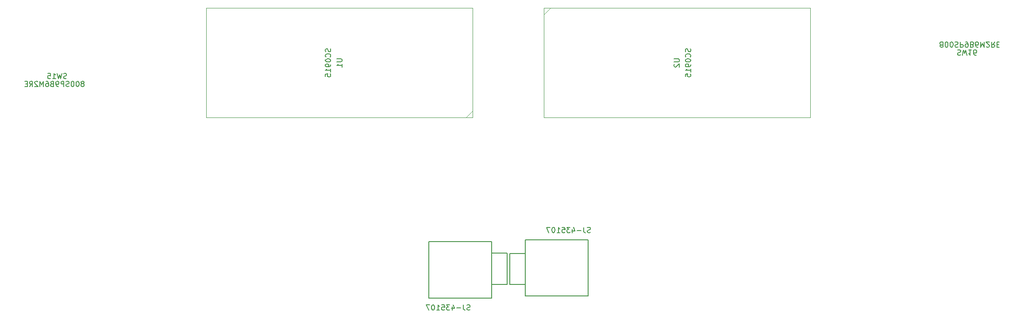
<source format=gbr>
%TF.GenerationSoftware,KiCad,Pcbnew,7.0.1-3b83917a11~172~ubuntu22.04.1*%
%TF.CreationDate,2023-03-31T12:58:08+02:00*%
%TF.ProjectId,Europe-ergo,4575726f-7065-42d6-9572-676f2e6b6963,rev?*%
%TF.SameCoordinates,Original*%
%TF.FileFunction,AssemblyDrawing,Bot*%
%FSLAX46Y46*%
G04 Gerber Fmt 4.6, Leading zero omitted, Abs format (unit mm)*
G04 Created by KiCad (PCBNEW 7.0.1-3b83917a11~172~ubuntu22.04.1) date 2023-03-31 12:58:08*
%MOMM*%
%LPD*%
G01*
G04 APERTURE LIST*
%ADD10C,0.150000*%
%ADD11C,0.127000*%
%ADD12C,0.120000*%
G04 APERTURE END LIST*
D10*
%TO.C,J2*%
X327988615Y-85232870D02*
X327845407Y-85280606D01*
X327845407Y-85280606D02*
X327606727Y-85280606D01*
X327606727Y-85280606D02*
X327511255Y-85232870D01*
X327511255Y-85232870D02*
X327463519Y-85185133D01*
X327463519Y-85185133D02*
X327415783Y-85089661D01*
X327415783Y-85089661D02*
X327415783Y-84994189D01*
X327415783Y-84994189D02*
X327463519Y-84898717D01*
X327463519Y-84898717D02*
X327511255Y-84850981D01*
X327511255Y-84850981D02*
X327606727Y-84803245D01*
X327606727Y-84803245D02*
X327797671Y-84755509D01*
X327797671Y-84755509D02*
X327893143Y-84707773D01*
X327893143Y-84707773D02*
X327940879Y-84660037D01*
X327940879Y-84660037D02*
X327988615Y-84564565D01*
X327988615Y-84564565D02*
X327988615Y-84469093D01*
X327988615Y-84469093D02*
X327940879Y-84373621D01*
X327940879Y-84373621D02*
X327893143Y-84325885D01*
X327893143Y-84325885D02*
X327797671Y-84278149D01*
X327797671Y-84278149D02*
X327558991Y-84278149D01*
X327558991Y-84278149D02*
X327415783Y-84325885D01*
X326699742Y-84278149D02*
X326699742Y-84994189D01*
X326699742Y-84994189D02*
X326747478Y-85137397D01*
X326747478Y-85137397D02*
X326842950Y-85232870D01*
X326842950Y-85232870D02*
X326986158Y-85280606D01*
X326986158Y-85280606D02*
X327081630Y-85280606D01*
X326222381Y-84898717D02*
X325458605Y-84898717D01*
X324551620Y-84612301D02*
X324551620Y-85280606D01*
X324790300Y-84230413D02*
X325028980Y-84946453D01*
X325028980Y-84946453D02*
X324408412Y-84946453D01*
X324121995Y-84278149D02*
X323501427Y-84278149D01*
X323501427Y-84278149D02*
X323835579Y-84660037D01*
X323835579Y-84660037D02*
X323692371Y-84660037D01*
X323692371Y-84660037D02*
X323596899Y-84707773D01*
X323596899Y-84707773D02*
X323549163Y-84755509D01*
X323549163Y-84755509D02*
X323501427Y-84850981D01*
X323501427Y-84850981D02*
X323501427Y-85089661D01*
X323501427Y-85089661D02*
X323549163Y-85185133D01*
X323549163Y-85185133D02*
X323596899Y-85232870D01*
X323596899Y-85232870D02*
X323692371Y-85280606D01*
X323692371Y-85280606D02*
X323978787Y-85280606D01*
X323978787Y-85280606D02*
X324074259Y-85232870D01*
X324074259Y-85232870D02*
X324121995Y-85185133D01*
X322594442Y-84278149D02*
X323071802Y-84278149D01*
X323071802Y-84278149D02*
X323119538Y-84755509D01*
X323119538Y-84755509D02*
X323071802Y-84707773D01*
X323071802Y-84707773D02*
X322976330Y-84660037D01*
X322976330Y-84660037D02*
X322737650Y-84660037D01*
X322737650Y-84660037D02*
X322642178Y-84707773D01*
X322642178Y-84707773D02*
X322594442Y-84755509D01*
X322594442Y-84755509D02*
X322546706Y-84850981D01*
X322546706Y-84850981D02*
X322546706Y-85089661D01*
X322546706Y-85089661D02*
X322594442Y-85185133D01*
X322594442Y-85185133D02*
X322642178Y-85232870D01*
X322642178Y-85232870D02*
X322737650Y-85280606D01*
X322737650Y-85280606D02*
X322976330Y-85280606D01*
X322976330Y-85280606D02*
X323071802Y-85232870D01*
X323071802Y-85232870D02*
X323119538Y-85185133D01*
X321591985Y-85280606D02*
X322164817Y-85280606D01*
X321878401Y-85280606D02*
X321878401Y-84278149D01*
X321878401Y-84278149D02*
X321973873Y-84421357D01*
X321973873Y-84421357D02*
X322069345Y-84516829D01*
X322069345Y-84516829D02*
X322164817Y-84564565D01*
X320971416Y-84278149D02*
X320875944Y-84278149D01*
X320875944Y-84278149D02*
X320780472Y-84325885D01*
X320780472Y-84325885D02*
X320732736Y-84373621D01*
X320732736Y-84373621D02*
X320685000Y-84469093D01*
X320685000Y-84469093D02*
X320637264Y-84660037D01*
X320637264Y-84660037D02*
X320637264Y-84898717D01*
X320637264Y-84898717D02*
X320685000Y-85089661D01*
X320685000Y-85089661D02*
X320732736Y-85185133D01*
X320732736Y-85185133D02*
X320780472Y-85232870D01*
X320780472Y-85232870D02*
X320875944Y-85280606D01*
X320875944Y-85280606D02*
X320971416Y-85280606D01*
X320971416Y-85280606D02*
X321066888Y-85232870D01*
X321066888Y-85232870D02*
X321114624Y-85185133D01*
X321114624Y-85185133D02*
X321162360Y-85089661D01*
X321162360Y-85089661D02*
X321210096Y-84898717D01*
X321210096Y-84898717D02*
X321210096Y-84660037D01*
X321210096Y-84660037D02*
X321162360Y-84469093D01*
X321162360Y-84469093D02*
X321114624Y-84373621D01*
X321114624Y-84373621D02*
X321066888Y-84325885D01*
X321066888Y-84325885D02*
X320971416Y-84278149D01*
X320303111Y-84278149D02*
X319634807Y-84278149D01*
X319634807Y-84278149D02*
X320064431Y-85280606D01*
%TO.C,J1*%
X304962455Y-100079170D02*
X304819247Y-100126906D01*
X304819247Y-100126906D02*
X304580567Y-100126906D01*
X304580567Y-100126906D02*
X304485095Y-100079170D01*
X304485095Y-100079170D02*
X304437359Y-100031433D01*
X304437359Y-100031433D02*
X304389623Y-99935961D01*
X304389623Y-99935961D02*
X304389623Y-99840489D01*
X304389623Y-99840489D02*
X304437359Y-99745017D01*
X304437359Y-99745017D02*
X304485095Y-99697281D01*
X304485095Y-99697281D02*
X304580567Y-99649545D01*
X304580567Y-99649545D02*
X304771511Y-99601809D01*
X304771511Y-99601809D02*
X304866983Y-99554073D01*
X304866983Y-99554073D02*
X304914719Y-99506337D01*
X304914719Y-99506337D02*
X304962455Y-99410865D01*
X304962455Y-99410865D02*
X304962455Y-99315393D01*
X304962455Y-99315393D02*
X304914719Y-99219921D01*
X304914719Y-99219921D02*
X304866983Y-99172185D01*
X304866983Y-99172185D02*
X304771511Y-99124449D01*
X304771511Y-99124449D02*
X304532831Y-99124449D01*
X304532831Y-99124449D02*
X304389623Y-99172185D01*
X303673582Y-99124449D02*
X303673582Y-99840489D01*
X303673582Y-99840489D02*
X303721318Y-99983697D01*
X303721318Y-99983697D02*
X303816790Y-100079170D01*
X303816790Y-100079170D02*
X303959998Y-100126906D01*
X303959998Y-100126906D02*
X304055470Y-100126906D01*
X303196221Y-99745017D02*
X302432445Y-99745017D01*
X301525460Y-99458601D02*
X301525460Y-100126906D01*
X301764140Y-99076713D02*
X302002820Y-99792753D01*
X302002820Y-99792753D02*
X301382252Y-99792753D01*
X301095835Y-99124449D02*
X300475267Y-99124449D01*
X300475267Y-99124449D02*
X300809419Y-99506337D01*
X300809419Y-99506337D02*
X300666211Y-99506337D01*
X300666211Y-99506337D02*
X300570739Y-99554073D01*
X300570739Y-99554073D02*
X300523003Y-99601809D01*
X300523003Y-99601809D02*
X300475267Y-99697281D01*
X300475267Y-99697281D02*
X300475267Y-99935961D01*
X300475267Y-99935961D02*
X300523003Y-100031433D01*
X300523003Y-100031433D02*
X300570739Y-100079170D01*
X300570739Y-100079170D02*
X300666211Y-100126906D01*
X300666211Y-100126906D02*
X300952627Y-100126906D01*
X300952627Y-100126906D02*
X301048099Y-100079170D01*
X301048099Y-100079170D02*
X301095835Y-100031433D01*
X299568282Y-99124449D02*
X300045642Y-99124449D01*
X300045642Y-99124449D02*
X300093378Y-99601809D01*
X300093378Y-99601809D02*
X300045642Y-99554073D01*
X300045642Y-99554073D02*
X299950170Y-99506337D01*
X299950170Y-99506337D02*
X299711490Y-99506337D01*
X299711490Y-99506337D02*
X299616018Y-99554073D01*
X299616018Y-99554073D02*
X299568282Y-99601809D01*
X299568282Y-99601809D02*
X299520546Y-99697281D01*
X299520546Y-99697281D02*
X299520546Y-99935961D01*
X299520546Y-99935961D02*
X299568282Y-100031433D01*
X299568282Y-100031433D02*
X299616018Y-100079170D01*
X299616018Y-100079170D02*
X299711490Y-100126906D01*
X299711490Y-100126906D02*
X299950170Y-100126906D01*
X299950170Y-100126906D02*
X300045642Y-100079170D01*
X300045642Y-100079170D02*
X300093378Y-100031433D01*
X298565825Y-100126906D02*
X299138657Y-100126906D01*
X298852241Y-100126906D02*
X298852241Y-99124449D01*
X298852241Y-99124449D02*
X298947713Y-99267657D01*
X298947713Y-99267657D02*
X299043185Y-99363129D01*
X299043185Y-99363129D02*
X299138657Y-99410865D01*
X297945256Y-99124449D02*
X297849784Y-99124449D01*
X297849784Y-99124449D02*
X297754312Y-99172185D01*
X297754312Y-99172185D02*
X297706576Y-99219921D01*
X297706576Y-99219921D02*
X297658840Y-99315393D01*
X297658840Y-99315393D02*
X297611104Y-99506337D01*
X297611104Y-99506337D02*
X297611104Y-99745017D01*
X297611104Y-99745017D02*
X297658840Y-99935961D01*
X297658840Y-99935961D02*
X297706576Y-100031433D01*
X297706576Y-100031433D02*
X297754312Y-100079170D01*
X297754312Y-100079170D02*
X297849784Y-100126906D01*
X297849784Y-100126906D02*
X297945256Y-100126906D01*
X297945256Y-100126906D02*
X298040728Y-100079170D01*
X298040728Y-100079170D02*
X298088464Y-100031433D01*
X298088464Y-100031433D02*
X298136200Y-99935961D01*
X298136200Y-99935961D02*
X298183936Y-99745017D01*
X298183936Y-99745017D02*
X298183936Y-99506337D01*
X298183936Y-99506337D02*
X298136200Y-99315393D01*
X298136200Y-99315393D02*
X298088464Y-99219921D01*
X298088464Y-99219921D02*
X298040728Y-99172185D01*
X298040728Y-99172185D02*
X297945256Y-99124449D01*
X297276951Y-99124449D02*
X296608647Y-99124449D01*
X296608647Y-99124449D02*
X297038271Y-100126906D01*
%TO.C,SW16*%
X395089809Y-49298809D02*
X394994571Y-49346428D01*
X394994571Y-49346428D02*
X394946952Y-49394047D01*
X394946952Y-49394047D02*
X394899333Y-49489285D01*
X394899333Y-49489285D02*
X394899333Y-49536904D01*
X394899333Y-49536904D02*
X394946952Y-49632142D01*
X394946952Y-49632142D02*
X394994571Y-49679761D01*
X394994571Y-49679761D02*
X395089809Y-49727380D01*
X395089809Y-49727380D02*
X395280285Y-49727380D01*
X395280285Y-49727380D02*
X395375523Y-49679761D01*
X395375523Y-49679761D02*
X395423142Y-49632142D01*
X395423142Y-49632142D02*
X395470761Y-49536904D01*
X395470761Y-49536904D02*
X395470761Y-49489285D01*
X395470761Y-49489285D02*
X395423142Y-49394047D01*
X395423142Y-49394047D02*
X395375523Y-49346428D01*
X395375523Y-49346428D02*
X395280285Y-49298809D01*
X395280285Y-49298809D02*
X395089809Y-49298809D01*
X395089809Y-49298809D02*
X394994571Y-49251190D01*
X394994571Y-49251190D02*
X394946952Y-49203571D01*
X394946952Y-49203571D02*
X394899333Y-49108333D01*
X394899333Y-49108333D02*
X394899333Y-48917857D01*
X394899333Y-48917857D02*
X394946952Y-48822619D01*
X394946952Y-48822619D02*
X394994571Y-48775000D01*
X394994571Y-48775000D02*
X395089809Y-48727380D01*
X395089809Y-48727380D02*
X395280285Y-48727380D01*
X395280285Y-48727380D02*
X395375523Y-48775000D01*
X395375523Y-48775000D02*
X395423142Y-48822619D01*
X395423142Y-48822619D02*
X395470761Y-48917857D01*
X395470761Y-48917857D02*
X395470761Y-49108333D01*
X395470761Y-49108333D02*
X395423142Y-49203571D01*
X395423142Y-49203571D02*
X395375523Y-49251190D01*
X395375523Y-49251190D02*
X395280285Y-49298809D01*
X396089809Y-49727380D02*
X396185047Y-49727380D01*
X396185047Y-49727380D02*
X396280285Y-49679761D01*
X396280285Y-49679761D02*
X396327904Y-49632142D01*
X396327904Y-49632142D02*
X396375523Y-49536904D01*
X396375523Y-49536904D02*
X396423142Y-49346428D01*
X396423142Y-49346428D02*
X396423142Y-49108333D01*
X396423142Y-49108333D02*
X396375523Y-48917857D01*
X396375523Y-48917857D02*
X396327904Y-48822619D01*
X396327904Y-48822619D02*
X396280285Y-48775000D01*
X396280285Y-48775000D02*
X396185047Y-48727380D01*
X396185047Y-48727380D02*
X396089809Y-48727380D01*
X396089809Y-48727380D02*
X395994571Y-48775000D01*
X395994571Y-48775000D02*
X395946952Y-48822619D01*
X395946952Y-48822619D02*
X395899333Y-48917857D01*
X395899333Y-48917857D02*
X395851714Y-49108333D01*
X395851714Y-49108333D02*
X395851714Y-49346428D01*
X395851714Y-49346428D02*
X395899333Y-49536904D01*
X395899333Y-49536904D02*
X395946952Y-49632142D01*
X395946952Y-49632142D02*
X395994571Y-49679761D01*
X395994571Y-49679761D02*
X396089809Y-49727380D01*
X397042190Y-49727380D02*
X397137428Y-49727380D01*
X397137428Y-49727380D02*
X397232666Y-49679761D01*
X397232666Y-49679761D02*
X397280285Y-49632142D01*
X397280285Y-49632142D02*
X397327904Y-49536904D01*
X397327904Y-49536904D02*
X397375523Y-49346428D01*
X397375523Y-49346428D02*
X397375523Y-49108333D01*
X397375523Y-49108333D02*
X397327904Y-48917857D01*
X397327904Y-48917857D02*
X397280285Y-48822619D01*
X397280285Y-48822619D02*
X397232666Y-48775000D01*
X397232666Y-48775000D02*
X397137428Y-48727380D01*
X397137428Y-48727380D02*
X397042190Y-48727380D01*
X397042190Y-48727380D02*
X396946952Y-48775000D01*
X396946952Y-48775000D02*
X396899333Y-48822619D01*
X396899333Y-48822619D02*
X396851714Y-48917857D01*
X396851714Y-48917857D02*
X396804095Y-49108333D01*
X396804095Y-49108333D02*
X396804095Y-49346428D01*
X396804095Y-49346428D02*
X396851714Y-49536904D01*
X396851714Y-49536904D02*
X396899333Y-49632142D01*
X396899333Y-49632142D02*
X396946952Y-49679761D01*
X396946952Y-49679761D02*
X397042190Y-49727380D01*
X397756476Y-48775000D02*
X397899333Y-48727380D01*
X397899333Y-48727380D02*
X398137428Y-48727380D01*
X398137428Y-48727380D02*
X398232666Y-48775000D01*
X398232666Y-48775000D02*
X398280285Y-48822619D01*
X398280285Y-48822619D02*
X398327904Y-48917857D01*
X398327904Y-48917857D02*
X398327904Y-49013095D01*
X398327904Y-49013095D02*
X398280285Y-49108333D01*
X398280285Y-49108333D02*
X398232666Y-49155952D01*
X398232666Y-49155952D02*
X398137428Y-49203571D01*
X398137428Y-49203571D02*
X397946952Y-49251190D01*
X397946952Y-49251190D02*
X397851714Y-49298809D01*
X397851714Y-49298809D02*
X397804095Y-49346428D01*
X397804095Y-49346428D02*
X397756476Y-49441666D01*
X397756476Y-49441666D02*
X397756476Y-49536904D01*
X397756476Y-49536904D02*
X397804095Y-49632142D01*
X397804095Y-49632142D02*
X397851714Y-49679761D01*
X397851714Y-49679761D02*
X397946952Y-49727380D01*
X397946952Y-49727380D02*
X398185047Y-49727380D01*
X398185047Y-49727380D02*
X398327904Y-49679761D01*
X398756476Y-48727380D02*
X398756476Y-49727380D01*
X398756476Y-49727380D02*
X399137428Y-49727380D01*
X399137428Y-49727380D02*
X399232666Y-49679761D01*
X399232666Y-49679761D02*
X399280285Y-49632142D01*
X399280285Y-49632142D02*
X399327904Y-49536904D01*
X399327904Y-49536904D02*
X399327904Y-49394047D01*
X399327904Y-49394047D02*
X399280285Y-49298809D01*
X399280285Y-49298809D02*
X399232666Y-49251190D01*
X399232666Y-49251190D02*
X399137428Y-49203571D01*
X399137428Y-49203571D02*
X398756476Y-49203571D01*
X399804095Y-48727380D02*
X399994571Y-48727380D01*
X399994571Y-48727380D02*
X400089809Y-48775000D01*
X400089809Y-48775000D02*
X400137428Y-48822619D01*
X400137428Y-48822619D02*
X400232666Y-48965476D01*
X400232666Y-48965476D02*
X400280285Y-49155952D01*
X400280285Y-49155952D02*
X400280285Y-49536904D01*
X400280285Y-49536904D02*
X400232666Y-49632142D01*
X400232666Y-49632142D02*
X400185047Y-49679761D01*
X400185047Y-49679761D02*
X400089809Y-49727380D01*
X400089809Y-49727380D02*
X399899333Y-49727380D01*
X399899333Y-49727380D02*
X399804095Y-49679761D01*
X399804095Y-49679761D02*
X399756476Y-49632142D01*
X399756476Y-49632142D02*
X399708857Y-49536904D01*
X399708857Y-49536904D02*
X399708857Y-49298809D01*
X399708857Y-49298809D02*
X399756476Y-49203571D01*
X399756476Y-49203571D02*
X399804095Y-49155952D01*
X399804095Y-49155952D02*
X399899333Y-49108333D01*
X399899333Y-49108333D02*
X400089809Y-49108333D01*
X400089809Y-49108333D02*
X400185047Y-49155952D01*
X400185047Y-49155952D02*
X400232666Y-49203571D01*
X400232666Y-49203571D02*
X400280285Y-49298809D01*
X401042190Y-49251190D02*
X401185047Y-49203571D01*
X401185047Y-49203571D02*
X401232666Y-49155952D01*
X401232666Y-49155952D02*
X401280285Y-49060714D01*
X401280285Y-49060714D02*
X401280285Y-48917857D01*
X401280285Y-48917857D02*
X401232666Y-48822619D01*
X401232666Y-48822619D02*
X401185047Y-48775000D01*
X401185047Y-48775000D02*
X401089809Y-48727380D01*
X401089809Y-48727380D02*
X400708857Y-48727380D01*
X400708857Y-48727380D02*
X400708857Y-49727380D01*
X400708857Y-49727380D02*
X401042190Y-49727380D01*
X401042190Y-49727380D02*
X401137428Y-49679761D01*
X401137428Y-49679761D02*
X401185047Y-49632142D01*
X401185047Y-49632142D02*
X401232666Y-49536904D01*
X401232666Y-49536904D02*
X401232666Y-49441666D01*
X401232666Y-49441666D02*
X401185047Y-49346428D01*
X401185047Y-49346428D02*
X401137428Y-49298809D01*
X401137428Y-49298809D02*
X401042190Y-49251190D01*
X401042190Y-49251190D02*
X400708857Y-49251190D01*
X402137428Y-49727380D02*
X401946952Y-49727380D01*
X401946952Y-49727380D02*
X401851714Y-49679761D01*
X401851714Y-49679761D02*
X401804095Y-49632142D01*
X401804095Y-49632142D02*
X401708857Y-49489285D01*
X401708857Y-49489285D02*
X401661238Y-49298809D01*
X401661238Y-49298809D02*
X401661238Y-48917857D01*
X401661238Y-48917857D02*
X401708857Y-48822619D01*
X401708857Y-48822619D02*
X401756476Y-48775000D01*
X401756476Y-48775000D02*
X401851714Y-48727380D01*
X401851714Y-48727380D02*
X402042190Y-48727380D01*
X402042190Y-48727380D02*
X402137428Y-48775000D01*
X402137428Y-48775000D02*
X402185047Y-48822619D01*
X402185047Y-48822619D02*
X402232666Y-48917857D01*
X402232666Y-48917857D02*
X402232666Y-49155952D01*
X402232666Y-49155952D02*
X402185047Y-49251190D01*
X402185047Y-49251190D02*
X402137428Y-49298809D01*
X402137428Y-49298809D02*
X402042190Y-49346428D01*
X402042190Y-49346428D02*
X401851714Y-49346428D01*
X401851714Y-49346428D02*
X401756476Y-49298809D01*
X401756476Y-49298809D02*
X401708857Y-49251190D01*
X401708857Y-49251190D02*
X401661238Y-49155952D01*
X402661238Y-48727380D02*
X402661238Y-49727380D01*
X402661238Y-49727380D02*
X402994571Y-49013095D01*
X402994571Y-49013095D02*
X403327904Y-49727380D01*
X403327904Y-49727380D02*
X403327904Y-48727380D01*
X403756476Y-49632142D02*
X403804095Y-49679761D01*
X403804095Y-49679761D02*
X403899333Y-49727380D01*
X403899333Y-49727380D02*
X404137428Y-49727380D01*
X404137428Y-49727380D02*
X404232666Y-49679761D01*
X404232666Y-49679761D02*
X404280285Y-49632142D01*
X404280285Y-49632142D02*
X404327904Y-49536904D01*
X404327904Y-49536904D02*
X404327904Y-49441666D01*
X404327904Y-49441666D02*
X404280285Y-49298809D01*
X404280285Y-49298809D02*
X403708857Y-48727380D01*
X403708857Y-48727380D02*
X404327904Y-48727380D01*
X405327904Y-48727380D02*
X404994571Y-49203571D01*
X404756476Y-48727380D02*
X404756476Y-49727380D01*
X404756476Y-49727380D02*
X405137428Y-49727380D01*
X405137428Y-49727380D02*
X405232666Y-49679761D01*
X405232666Y-49679761D02*
X405280285Y-49632142D01*
X405280285Y-49632142D02*
X405327904Y-49536904D01*
X405327904Y-49536904D02*
X405327904Y-49394047D01*
X405327904Y-49394047D02*
X405280285Y-49298809D01*
X405280285Y-49298809D02*
X405232666Y-49251190D01*
X405232666Y-49251190D02*
X405137428Y-49203571D01*
X405137428Y-49203571D02*
X404756476Y-49203571D01*
X405756476Y-49251190D02*
X406089809Y-49251190D01*
X406232666Y-48727380D02*
X405756476Y-48727380D01*
X405756476Y-48727380D02*
X405756476Y-49727380D01*
X405756476Y-49727380D02*
X406232666Y-49727380D01*
X398248476Y-50299000D02*
X398391333Y-50251380D01*
X398391333Y-50251380D02*
X398629428Y-50251380D01*
X398629428Y-50251380D02*
X398724666Y-50299000D01*
X398724666Y-50299000D02*
X398772285Y-50346619D01*
X398772285Y-50346619D02*
X398819904Y-50441857D01*
X398819904Y-50441857D02*
X398819904Y-50537095D01*
X398819904Y-50537095D02*
X398772285Y-50632333D01*
X398772285Y-50632333D02*
X398724666Y-50679952D01*
X398724666Y-50679952D02*
X398629428Y-50727571D01*
X398629428Y-50727571D02*
X398438952Y-50775190D01*
X398438952Y-50775190D02*
X398343714Y-50822809D01*
X398343714Y-50822809D02*
X398296095Y-50870428D01*
X398296095Y-50870428D02*
X398248476Y-50965666D01*
X398248476Y-50965666D02*
X398248476Y-51060904D01*
X398248476Y-51060904D02*
X398296095Y-51156142D01*
X398296095Y-51156142D02*
X398343714Y-51203761D01*
X398343714Y-51203761D02*
X398438952Y-51251380D01*
X398438952Y-51251380D02*
X398677047Y-51251380D01*
X398677047Y-51251380D02*
X398819904Y-51203761D01*
X399153238Y-51251380D02*
X399391333Y-50251380D01*
X399391333Y-50251380D02*
X399581809Y-50965666D01*
X399581809Y-50965666D02*
X399772285Y-50251380D01*
X399772285Y-50251380D02*
X400010381Y-51251380D01*
X400915142Y-50251380D02*
X400343714Y-50251380D01*
X400629428Y-50251380D02*
X400629428Y-51251380D01*
X400629428Y-51251380D02*
X400534190Y-51108523D01*
X400534190Y-51108523D02*
X400438952Y-51013285D01*
X400438952Y-51013285D02*
X400343714Y-50965666D01*
X401772285Y-51251380D02*
X401581809Y-51251380D01*
X401581809Y-51251380D02*
X401486571Y-51203761D01*
X401486571Y-51203761D02*
X401438952Y-51156142D01*
X401438952Y-51156142D02*
X401343714Y-51013285D01*
X401343714Y-51013285D02*
X401296095Y-50822809D01*
X401296095Y-50822809D02*
X401296095Y-50441857D01*
X401296095Y-50441857D02*
X401343714Y-50346619D01*
X401343714Y-50346619D02*
X401391333Y-50299000D01*
X401391333Y-50299000D02*
X401486571Y-50251380D01*
X401486571Y-50251380D02*
X401677047Y-50251380D01*
X401677047Y-50251380D02*
X401772285Y-50299000D01*
X401772285Y-50299000D02*
X401819904Y-50346619D01*
X401819904Y-50346619D02*
X401867523Y-50441857D01*
X401867523Y-50441857D02*
X401867523Y-50679952D01*
X401867523Y-50679952D02*
X401819904Y-50775190D01*
X401819904Y-50775190D02*
X401772285Y-50822809D01*
X401772285Y-50822809D02*
X401677047Y-50870428D01*
X401677047Y-50870428D02*
X401486571Y-50870428D01*
X401486571Y-50870428D02*
X401391333Y-50822809D01*
X401391333Y-50822809D02*
X401343714Y-50775190D01*
X401343714Y-50775190D02*
X401296095Y-50679952D01*
%TO.C,U1*%
X278256000Y-50034524D02*
X278303619Y-50177381D01*
X278303619Y-50177381D02*
X278303619Y-50415476D01*
X278303619Y-50415476D02*
X278256000Y-50510714D01*
X278256000Y-50510714D02*
X278208380Y-50558333D01*
X278208380Y-50558333D02*
X278113142Y-50605952D01*
X278113142Y-50605952D02*
X278017904Y-50605952D01*
X278017904Y-50605952D02*
X277922666Y-50558333D01*
X277922666Y-50558333D02*
X277875047Y-50510714D01*
X277875047Y-50510714D02*
X277827428Y-50415476D01*
X277827428Y-50415476D02*
X277779809Y-50225000D01*
X277779809Y-50225000D02*
X277732190Y-50129762D01*
X277732190Y-50129762D02*
X277684571Y-50082143D01*
X277684571Y-50082143D02*
X277589333Y-50034524D01*
X277589333Y-50034524D02*
X277494095Y-50034524D01*
X277494095Y-50034524D02*
X277398857Y-50082143D01*
X277398857Y-50082143D02*
X277351238Y-50129762D01*
X277351238Y-50129762D02*
X277303619Y-50225000D01*
X277303619Y-50225000D02*
X277303619Y-50463095D01*
X277303619Y-50463095D02*
X277351238Y-50605952D01*
X278208380Y-51605952D02*
X278256000Y-51558333D01*
X278256000Y-51558333D02*
X278303619Y-51415476D01*
X278303619Y-51415476D02*
X278303619Y-51320238D01*
X278303619Y-51320238D02*
X278256000Y-51177381D01*
X278256000Y-51177381D02*
X278160761Y-51082143D01*
X278160761Y-51082143D02*
X278065523Y-51034524D01*
X278065523Y-51034524D02*
X277875047Y-50986905D01*
X277875047Y-50986905D02*
X277732190Y-50986905D01*
X277732190Y-50986905D02*
X277541714Y-51034524D01*
X277541714Y-51034524D02*
X277446476Y-51082143D01*
X277446476Y-51082143D02*
X277351238Y-51177381D01*
X277351238Y-51177381D02*
X277303619Y-51320238D01*
X277303619Y-51320238D02*
X277303619Y-51415476D01*
X277303619Y-51415476D02*
X277351238Y-51558333D01*
X277351238Y-51558333D02*
X277398857Y-51605952D01*
X277303619Y-52225000D02*
X277303619Y-52320238D01*
X277303619Y-52320238D02*
X277351238Y-52415476D01*
X277351238Y-52415476D02*
X277398857Y-52463095D01*
X277398857Y-52463095D02*
X277494095Y-52510714D01*
X277494095Y-52510714D02*
X277684571Y-52558333D01*
X277684571Y-52558333D02*
X277922666Y-52558333D01*
X277922666Y-52558333D02*
X278113142Y-52510714D01*
X278113142Y-52510714D02*
X278208380Y-52463095D01*
X278208380Y-52463095D02*
X278256000Y-52415476D01*
X278256000Y-52415476D02*
X278303619Y-52320238D01*
X278303619Y-52320238D02*
X278303619Y-52225000D01*
X278303619Y-52225000D02*
X278256000Y-52129762D01*
X278256000Y-52129762D02*
X278208380Y-52082143D01*
X278208380Y-52082143D02*
X278113142Y-52034524D01*
X278113142Y-52034524D02*
X277922666Y-51986905D01*
X277922666Y-51986905D02*
X277684571Y-51986905D01*
X277684571Y-51986905D02*
X277494095Y-52034524D01*
X277494095Y-52034524D02*
X277398857Y-52082143D01*
X277398857Y-52082143D02*
X277351238Y-52129762D01*
X277351238Y-52129762D02*
X277303619Y-52225000D01*
X278303619Y-53034524D02*
X278303619Y-53225000D01*
X278303619Y-53225000D02*
X278256000Y-53320238D01*
X278256000Y-53320238D02*
X278208380Y-53367857D01*
X278208380Y-53367857D02*
X278065523Y-53463095D01*
X278065523Y-53463095D02*
X277875047Y-53510714D01*
X277875047Y-53510714D02*
X277494095Y-53510714D01*
X277494095Y-53510714D02*
X277398857Y-53463095D01*
X277398857Y-53463095D02*
X277351238Y-53415476D01*
X277351238Y-53415476D02*
X277303619Y-53320238D01*
X277303619Y-53320238D02*
X277303619Y-53129762D01*
X277303619Y-53129762D02*
X277351238Y-53034524D01*
X277351238Y-53034524D02*
X277398857Y-52986905D01*
X277398857Y-52986905D02*
X277494095Y-52939286D01*
X277494095Y-52939286D02*
X277732190Y-52939286D01*
X277732190Y-52939286D02*
X277827428Y-52986905D01*
X277827428Y-52986905D02*
X277875047Y-53034524D01*
X277875047Y-53034524D02*
X277922666Y-53129762D01*
X277922666Y-53129762D02*
X277922666Y-53320238D01*
X277922666Y-53320238D02*
X277875047Y-53415476D01*
X277875047Y-53415476D02*
X277827428Y-53463095D01*
X277827428Y-53463095D02*
X277732190Y-53510714D01*
X278303619Y-54463095D02*
X278303619Y-53891667D01*
X278303619Y-54177381D02*
X277303619Y-54177381D01*
X277303619Y-54177381D02*
X277446476Y-54082143D01*
X277446476Y-54082143D02*
X277541714Y-53986905D01*
X277541714Y-53986905D02*
X277589333Y-53891667D01*
X277303619Y-55367857D02*
X277303619Y-54891667D01*
X277303619Y-54891667D02*
X277779809Y-54844048D01*
X277779809Y-54844048D02*
X277732190Y-54891667D01*
X277732190Y-54891667D02*
X277684571Y-54986905D01*
X277684571Y-54986905D02*
X277684571Y-55225000D01*
X277684571Y-55225000D02*
X277732190Y-55320238D01*
X277732190Y-55320238D02*
X277779809Y-55367857D01*
X277779809Y-55367857D02*
X277875047Y-55415476D01*
X277875047Y-55415476D02*
X278113142Y-55415476D01*
X278113142Y-55415476D02*
X278208380Y-55367857D01*
X278208380Y-55367857D02*
X278256000Y-55320238D01*
X278256000Y-55320238D02*
X278303619Y-55225000D01*
X278303619Y-55225000D02*
X278303619Y-54986905D01*
X278303619Y-54986905D02*
X278256000Y-54891667D01*
X278256000Y-54891667D02*
X278208380Y-54844048D01*
X279462619Y-51963095D02*
X280272142Y-51963095D01*
X280272142Y-51963095D02*
X280367380Y-52010714D01*
X280367380Y-52010714D02*
X280415000Y-52058333D01*
X280415000Y-52058333D02*
X280462619Y-52153571D01*
X280462619Y-52153571D02*
X280462619Y-52344047D01*
X280462619Y-52344047D02*
X280415000Y-52439285D01*
X280415000Y-52439285D02*
X280367380Y-52486904D01*
X280367380Y-52486904D02*
X280272142Y-52534523D01*
X280272142Y-52534523D02*
X279462619Y-52534523D01*
X280462619Y-53534523D02*
X280462619Y-52963095D01*
X280462619Y-53248809D02*
X279462619Y-53248809D01*
X279462619Y-53248809D02*
X279605476Y-53153571D01*
X279605476Y-53153571D02*
X279700714Y-53058333D01*
X279700714Y-53058333D02*
X279748333Y-52963095D01*
%TO.C,U2*%
X347124000Y-50034524D02*
X347171619Y-50177381D01*
X347171619Y-50177381D02*
X347171619Y-50415476D01*
X347171619Y-50415476D02*
X347124000Y-50510714D01*
X347124000Y-50510714D02*
X347076380Y-50558333D01*
X347076380Y-50558333D02*
X346981142Y-50605952D01*
X346981142Y-50605952D02*
X346885904Y-50605952D01*
X346885904Y-50605952D02*
X346790666Y-50558333D01*
X346790666Y-50558333D02*
X346743047Y-50510714D01*
X346743047Y-50510714D02*
X346695428Y-50415476D01*
X346695428Y-50415476D02*
X346647809Y-50225000D01*
X346647809Y-50225000D02*
X346600190Y-50129762D01*
X346600190Y-50129762D02*
X346552571Y-50082143D01*
X346552571Y-50082143D02*
X346457333Y-50034524D01*
X346457333Y-50034524D02*
X346362095Y-50034524D01*
X346362095Y-50034524D02*
X346266857Y-50082143D01*
X346266857Y-50082143D02*
X346219238Y-50129762D01*
X346219238Y-50129762D02*
X346171619Y-50225000D01*
X346171619Y-50225000D02*
X346171619Y-50463095D01*
X346171619Y-50463095D02*
X346219238Y-50605952D01*
X347076380Y-51605952D02*
X347124000Y-51558333D01*
X347124000Y-51558333D02*
X347171619Y-51415476D01*
X347171619Y-51415476D02*
X347171619Y-51320238D01*
X347171619Y-51320238D02*
X347124000Y-51177381D01*
X347124000Y-51177381D02*
X347028761Y-51082143D01*
X347028761Y-51082143D02*
X346933523Y-51034524D01*
X346933523Y-51034524D02*
X346743047Y-50986905D01*
X346743047Y-50986905D02*
X346600190Y-50986905D01*
X346600190Y-50986905D02*
X346409714Y-51034524D01*
X346409714Y-51034524D02*
X346314476Y-51082143D01*
X346314476Y-51082143D02*
X346219238Y-51177381D01*
X346219238Y-51177381D02*
X346171619Y-51320238D01*
X346171619Y-51320238D02*
X346171619Y-51415476D01*
X346171619Y-51415476D02*
X346219238Y-51558333D01*
X346219238Y-51558333D02*
X346266857Y-51605952D01*
X346171619Y-52225000D02*
X346171619Y-52320238D01*
X346171619Y-52320238D02*
X346219238Y-52415476D01*
X346219238Y-52415476D02*
X346266857Y-52463095D01*
X346266857Y-52463095D02*
X346362095Y-52510714D01*
X346362095Y-52510714D02*
X346552571Y-52558333D01*
X346552571Y-52558333D02*
X346790666Y-52558333D01*
X346790666Y-52558333D02*
X346981142Y-52510714D01*
X346981142Y-52510714D02*
X347076380Y-52463095D01*
X347076380Y-52463095D02*
X347124000Y-52415476D01*
X347124000Y-52415476D02*
X347171619Y-52320238D01*
X347171619Y-52320238D02*
X347171619Y-52225000D01*
X347171619Y-52225000D02*
X347124000Y-52129762D01*
X347124000Y-52129762D02*
X347076380Y-52082143D01*
X347076380Y-52082143D02*
X346981142Y-52034524D01*
X346981142Y-52034524D02*
X346790666Y-51986905D01*
X346790666Y-51986905D02*
X346552571Y-51986905D01*
X346552571Y-51986905D02*
X346362095Y-52034524D01*
X346362095Y-52034524D02*
X346266857Y-52082143D01*
X346266857Y-52082143D02*
X346219238Y-52129762D01*
X346219238Y-52129762D02*
X346171619Y-52225000D01*
X347171619Y-53034524D02*
X347171619Y-53225000D01*
X347171619Y-53225000D02*
X347124000Y-53320238D01*
X347124000Y-53320238D02*
X347076380Y-53367857D01*
X347076380Y-53367857D02*
X346933523Y-53463095D01*
X346933523Y-53463095D02*
X346743047Y-53510714D01*
X346743047Y-53510714D02*
X346362095Y-53510714D01*
X346362095Y-53510714D02*
X346266857Y-53463095D01*
X346266857Y-53463095D02*
X346219238Y-53415476D01*
X346219238Y-53415476D02*
X346171619Y-53320238D01*
X346171619Y-53320238D02*
X346171619Y-53129762D01*
X346171619Y-53129762D02*
X346219238Y-53034524D01*
X346219238Y-53034524D02*
X346266857Y-52986905D01*
X346266857Y-52986905D02*
X346362095Y-52939286D01*
X346362095Y-52939286D02*
X346600190Y-52939286D01*
X346600190Y-52939286D02*
X346695428Y-52986905D01*
X346695428Y-52986905D02*
X346743047Y-53034524D01*
X346743047Y-53034524D02*
X346790666Y-53129762D01*
X346790666Y-53129762D02*
X346790666Y-53320238D01*
X346790666Y-53320238D02*
X346743047Y-53415476D01*
X346743047Y-53415476D02*
X346695428Y-53463095D01*
X346695428Y-53463095D02*
X346600190Y-53510714D01*
X347171619Y-54463095D02*
X347171619Y-53891667D01*
X347171619Y-54177381D02*
X346171619Y-54177381D01*
X346171619Y-54177381D02*
X346314476Y-54082143D01*
X346314476Y-54082143D02*
X346409714Y-53986905D01*
X346409714Y-53986905D02*
X346457333Y-53891667D01*
X346171619Y-55367857D02*
X346171619Y-54891667D01*
X346171619Y-54891667D02*
X346647809Y-54844048D01*
X346647809Y-54844048D02*
X346600190Y-54891667D01*
X346600190Y-54891667D02*
X346552571Y-54986905D01*
X346552571Y-54986905D02*
X346552571Y-55225000D01*
X346552571Y-55225000D02*
X346600190Y-55320238D01*
X346600190Y-55320238D02*
X346647809Y-55367857D01*
X346647809Y-55367857D02*
X346743047Y-55415476D01*
X346743047Y-55415476D02*
X346981142Y-55415476D01*
X346981142Y-55415476D02*
X347076380Y-55367857D01*
X347076380Y-55367857D02*
X347124000Y-55320238D01*
X347124000Y-55320238D02*
X347171619Y-55225000D01*
X347171619Y-55225000D02*
X347171619Y-54986905D01*
X347171619Y-54986905D02*
X347124000Y-54891667D01*
X347124000Y-54891667D02*
X347076380Y-54844048D01*
X344012619Y-51963095D02*
X344822142Y-51963095D01*
X344822142Y-51963095D02*
X344917380Y-52010714D01*
X344917380Y-52010714D02*
X344965000Y-52058333D01*
X344965000Y-52058333D02*
X345012619Y-52153571D01*
X345012619Y-52153571D02*
X345012619Y-52344047D01*
X345012619Y-52344047D02*
X344965000Y-52439285D01*
X344965000Y-52439285D02*
X344917380Y-52486904D01*
X344917380Y-52486904D02*
X344822142Y-52534523D01*
X344822142Y-52534523D02*
X344012619Y-52534523D01*
X344107857Y-52963095D02*
X344060238Y-53010714D01*
X344060238Y-53010714D02*
X344012619Y-53105952D01*
X344012619Y-53105952D02*
X344012619Y-53344047D01*
X344012619Y-53344047D02*
X344060238Y-53439285D01*
X344060238Y-53439285D02*
X344107857Y-53486904D01*
X344107857Y-53486904D02*
X344203095Y-53534523D01*
X344203095Y-53534523D02*
X344298333Y-53534523D01*
X344298333Y-53534523D02*
X344441190Y-53486904D01*
X344441190Y-53486904D02*
X345012619Y-52915476D01*
X345012619Y-52915476D02*
X345012619Y-53534523D01*
%TO.C,SW15*%
X230920190Y-56701190D02*
X231015428Y-56653571D01*
X231015428Y-56653571D02*
X231063047Y-56605952D01*
X231063047Y-56605952D02*
X231110666Y-56510714D01*
X231110666Y-56510714D02*
X231110666Y-56463095D01*
X231110666Y-56463095D02*
X231063047Y-56367857D01*
X231063047Y-56367857D02*
X231015428Y-56320238D01*
X231015428Y-56320238D02*
X230920190Y-56272619D01*
X230920190Y-56272619D02*
X230729714Y-56272619D01*
X230729714Y-56272619D02*
X230634476Y-56320238D01*
X230634476Y-56320238D02*
X230586857Y-56367857D01*
X230586857Y-56367857D02*
X230539238Y-56463095D01*
X230539238Y-56463095D02*
X230539238Y-56510714D01*
X230539238Y-56510714D02*
X230586857Y-56605952D01*
X230586857Y-56605952D02*
X230634476Y-56653571D01*
X230634476Y-56653571D02*
X230729714Y-56701190D01*
X230729714Y-56701190D02*
X230920190Y-56701190D01*
X230920190Y-56701190D02*
X231015428Y-56748809D01*
X231015428Y-56748809D02*
X231063047Y-56796428D01*
X231063047Y-56796428D02*
X231110666Y-56891666D01*
X231110666Y-56891666D02*
X231110666Y-57082142D01*
X231110666Y-57082142D02*
X231063047Y-57177380D01*
X231063047Y-57177380D02*
X231015428Y-57225000D01*
X231015428Y-57225000D02*
X230920190Y-57272619D01*
X230920190Y-57272619D02*
X230729714Y-57272619D01*
X230729714Y-57272619D02*
X230634476Y-57225000D01*
X230634476Y-57225000D02*
X230586857Y-57177380D01*
X230586857Y-57177380D02*
X230539238Y-57082142D01*
X230539238Y-57082142D02*
X230539238Y-56891666D01*
X230539238Y-56891666D02*
X230586857Y-56796428D01*
X230586857Y-56796428D02*
X230634476Y-56748809D01*
X230634476Y-56748809D02*
X230729714Y-56701190D01*
X229920190Y-56272619D02*
X229824952Y-56272619D01*
X229824952Y-56272619D02*
X229729714Y-56320238D01*
X229729714Y-56320238D02*
X229682095Y-56367857D01*
X229682095Y-56367857D02*
X229634476Y-56463095D01*
X229634476Y-56463095D02*
X229586857Y-56653571D01*
X229586857Y-56653571D02*
X229586857Y-56891666D01*
X229586857Y-56891666D02*
X229634476Y-57082142D01*
X229634476Y-57082142D02*
X229682095Y-57177380D01*
X229682095Y-57177380D02*
X229729714Y-57225000D01*
X229729714Y-57225000D02*
X229824952Y-57272619D01*
X229824952Y-57272619D02*
X229920190Y-57272619D01*
X229920190Y-57272619D02*
X230015428Y-57225000D01*
X230015428Y-57225000D02*
X230063047Y-57177380D01*
X230063047Y-57177380D02*
X230110666Y-57082142D01*
X230110666Y-57082142D02*
X230158285Y-56891666D01*
X230158285Y-56891666D02*
X230158285Y-56653571D01*
X230158285Y-56653571D02*
X230110666Y-56463095D01*
X230110666Y-56463095D02*
X230063047Y-56367857D01*
X230063047Y-56367857D02*
X230015428Y-56320238D01*
X230015428Y-56320238D02*
X229920190Y-56272619D01*
X228967809Y-56272619D02*
X228872571Y-56272619D01*
X228872571Y-56272619D02*
X228777333Y-56320238D01*
X228777333Y-56320238D02*
X228729714Y-56367857D01*
X228729714Y-56367857D02*
X228682095Y-56463095D01*
X228682095Y-56463095D02*
X228634476Y-56653571D01*
X228634476Y-56653571D02*
X228634476Y-56891666D01*
X228634476Y-56891666D02*
X228682095Y-57082142D01*
X228682095Y-57082142D02*
X228729714Y-57177380D01*
X228729714Y-57177380D02*
X228777333Y-57225000D01*
X228777333Y-57225000D02*
X228872571Y-57272619D01*
X228872571Y-57272619D02*
X228967809Y-57272619D01*
X228967809Y-57272619D02*
X229063047Y-57225000D01*
X229063047Y-57225000D02*
X229110666Y-57177380D01*
X229110666Y-57177380D02*
X229158285Y-57082142D01*
X229158285Y-57082142D02*
X229205904Y-56891666D01*
X229205904Y-56891666D02*
X229205904Y-56653571D01*
X229205904Y-56653571D02*
X229158285Y-56463095D01*
X229158285Y-56463095D02*
X229110666Y-56367857D01*
X229110666Y-56367857D02*
X229063047Y-56320238D01*
X229063047Y-56320238D02*
X228967809Y-56272619D01*
X228253523Y-57225000D02*
X228110666Y-57272619D01*
X228110666Y-57272619D02*
X227872571Y-57272619D01*
X227872571Y-57272619D02*
X227777333Y-57225000D01*
X227777333Y-57225000D02*
X227729714Y-57177380D01*
X227729714Y-57177380D02*
X227682095Y-57082142D01*
X227682095Y-57082142D02*
X227682095Y-56986904D01*
X227682095Y-56986904D02*
X227729714Y-56891666D01*
X227729714Y-56891666D02*
X227777333Y-56844047D01*
X227777333Y-56844047D02*
X227872571Y-56796428D01*
X227872571Y-56796428D02*
X228063047Y-56748809D01*
X228063047Y-56748809D02*
X228158285Y-56701190D01*
X228158285Y-56701190D02*
X228205904Y-56653571D01*
X228205904Y-56653571D02*
X228253523Y-56558333D01*
X228253523Y-56558333D02*
X228253523Y-56463095D01*
X228253523Y-56463095D02*
X228205904Y-56367857D01*
X228205904Y-56367857D02*
X228158285Y-56320238D01*
X228158285Y-56320238D02*
X228063047Y-56272619D01*
X228063047Y-56272619D02*
X227824952Y-56272619D01*
X227824952Y-56272619D02*
X227682095Y-56320238D01*
X227253523Y-57272619D02*
X227253523Y-56272619D01*
X227253523Y-56272619D02*
X226872571Y-56272619D01*
X226872571Y-56272619D02*
X226777333Y-56320238D01*
X226777333Y-56320238D02*
X226729714Y-56367857D01*
X226729714Y-56367857D02*
X226682095Y-56463095D01*
X226682095Y-56463095D02*
X226682095Y-56605952D01*
X226682095Y-56605952D02*
X226729714Y-56701190D01*
X226729714Y-56701190D02*
X226777333Y-56748809D01*
X226777333Y-56748809D02*
X226872571Y-56796428D01*
X226872571Y-56796428D02*
X227253523Y-56796428D01*
X226205904Y-57272619D02*
X226015428Y-57272619D01*
X226015428Y-57272619D02*
X225920190Y-57225000D01*
X225920190Y-57225000D02*
X225872571Y-57177380D01*
X225872571Y-57177380D02*
X225777333Y-57034523D01*
X225777333Y-57034523D02*
X225729714Y-56844047D01*
X225729714Y-56844047D02*
X225729714Y-56463095D01*
X225729714Y-56463095D02*
X225777333Y-56367857D01*
X225777333Y-56367857D02*
X225824952Y-56320238D01*
X225824952Y-56320238D02*
X225920190Y-56272619D01*
X225920190Y-56272619D02*
X226110666Y-56272619D01*
X226110666Y-56272619D02*
X226205904Y-56320238D01*
X226205904Y-56320238D02*
X226253523Y-56367857D01*
X226253523Y-56367857D02*
X226301142Y-56463095D01*
X226301142Y-56463095D02*
X226301142Y-56701190D01*
X226301142Y-56701190D02*
X226253523Y-56796428D01*
X226253523Y-56796428D02*
X226205904Y-56844047D01*
X226205904Y-56844047D02*
X226110666Y-56891666D01*
X226110666Y-56891666D02*
X225920190Y-56891666D01*
X225920190Y-56891666D02*
X225824952Y-56844047D01*
X225824952Y-56844047D02*
X225777333Y-56796428D01*
X225777333Y-56796428D02*
X225729714Y-56701190D01*
X224967809Y-56748809D02*
X224824952Y-56796428D01*
X224824952Y-56796428D02*
X224777333Y-56844047D01*
X224777333Y-56844047D02*
X224729714Y-56939285D01*
X224729714Y-56939285D02*
X224729714Y-57082142D01*
X224729714Y-57082142D02*
X224777333Y-57177380D01*
X224777333Y-57177380D02*
X224824952Y-57225000D01*
X224824952Y-57225000D02*
X224920190Y-57272619D01*
X224920190Y-57272619D02*
X225301142Y-57272619D01*
X225301142Y-57272619D02*
X225301142Y-56272619D01*
X225301142Y-56272619D02*
X224967809Y-56272619D01*
X224967809Y-56272619D02*
X224872571Y-56320238D01*
X224872571Y-56320238D02*
X224824952Y-56367857D01*
X224824952Y-56367857D02*
X224777333Y-56463095D01*
X224777333Y-56463095D02*
X224777333Y-56558333D01*
X224777333Y-56558333D02*
X224824952Y-56653571D01*
X224824952Y-56653571D02*
X224872571Y-56701190D01*
X224872571Y-56701190D02*
X224967809Y-56748809D01*
X224967809Y-56748809D02*
X225301142Y-56748809D01*
X223872571Y-56272619D02*
X224063047Y-56272619D01*
X224063047Y-56272619D02*
X224158285Y-56320238D01*
X224158285Y-56320238D02*
X224205904Y-56367857D01*
X224205904Y-56367857D02*
X224301142Y-56510714D01*
X224301142Y-56510714D02*
X224348761Y-56701190D01*
X224348761Y-56701190D02*
X224348761Y-57082142D01*
X224348761Y-57082142D02*
X224301142Y-57177380D01*
X224301142Y-57177380D02*
X224253523Y-57225000D01*
X224253523Y-57225000D02*
X224158285Y-57272619D01*
X224158285Y-57272619D02*
X223967809Y-57272619D01*
X223967809Y-57272619D02*
X223872571Y-57225000D01*
X223872571Y-57225000D02*
X223824952Y-57177380D01*
X223824952Y-57177380D02*
X223777333Y-57082142D01*
X223777333Y-57082142D02*
X223777333Y-56844047D01*
X223777333Y-56844047D02*
X223824952Y-56748809D01*
X223824952Y-56748809D02*
X223872571Y-56701190D01*
X223872571Y-56701190D02*
X223967809Y-56653571D01*
X223967809Y-56653571D02*
X224158285Y-56653571D01*
X224158285Y-56653571D02*
X224253523Y-56701190D01*
X224253523Y-56701190D02*
X224301142Y-56748809D01*
X224301142Y-56748809D02*
X224348761Y-56844047D01*
X223348761Y-57272619D02*
X223348761Y-56272619D01*
X223348761Y-56272619D02*
X223015428Y-56986904D01*
X223015428Y-56986904D02*
X222682095Y-56272619D01*
X222682095Y-56272619D02*
X222682095Y-57272619D01*
X222253523Y-56367857D02*
X222205904Y-56320238D01*
X222205904Y-56320238D02*
X222110666Y-56272619D01*
X222110666Y-56272619D02*
X221872571Y-56272619D01*
X221872571Y-56272619D02*
X221777333Y-56320238D01*
X221777333Y-56320238D02*
X221729714Y-56367857D01*
X221729714Y-56367857D02*
X221682095Y-56463095D01*
X221682095Y-56463095D02*
X221682095Y-56558333D01*
X221682095Y-56558333D02*
X221729714Y-56701190D01*
X221729714Y-56701190D02*
X222301142Y-57272619D01*
X222301142Y-57272619D02*
X221682095Y-57272619D01*
X220682095Y-57272619D02*
X221015428Y-56796428D01*
X221253523Y-57272619D02*
X221253523Y-56272619D01*
X221253523Y-56272619D02*
X220872571Y-56272619D01*
X220872571Y-56272619D02*
X220777333Y-56320238D01*
X220777333Y-56320238D02*
X220729714Y-56367857D01*
X220729714Y-56367857D02*
X220682095Y-56463095D01*
X220682095Y-56463095D02*
X220682095Y-56605952D01*
X220682095Y-56605952D02*
X220729714Y-56701190D01*
X220729714Y-56701190D02*
X220777333Y-56748809D01*
X220777333Y-56748809D02*
X220872571Y-56796428D01*
X220872571Y-56796428D02*
X221253523Y-56796428D01*
X220253523Y-56748809D02*
X219920190Y-56748809D01*
X219777333Y-57272619D02*
X220253523Y-57272619D01*
X220253523Y-57272619D02*
X220253523Y-56272619D01*
X220253523Y-56272619D02*
X219777333Y-56272619D01*
X227761523Y-55701000D02*
X227618666Y-55748619D01*
X227618666Y-55748619D02*
X227380571Y-55748619D01*
X227380571Y-55748619D02*
X227285333Y-55701000D01*
X227285333Y-55701000D02*
X227237714Y-55653380D01*
X227237714Y-55653380D02*
X227190095Y-55558142D01*
X227190095Y-55558142D02*
X227190095Y-55462904D01*
X227190095Y-55462904D02*
X227237714Y-55367666D01*
X227237714Y-55367666D02*
X227285333Y-55320047D01*
X227285333Y-55320047D02*
X227380571Y-55272428D01*
X227380571Y-55272428D02*
X227571047Y-55224809D01*
X227571047Y-55224809D02*
X227666285Y-55177190D01*
X227666285Y-55177190D02*
X227713904Y-55129571D01*
X227713904Y-55129571D02*
X227761523Y-55034333D01*
X227761523Y-55034333D02*
X227761523Y-54939095D01*
X227761523Y-54939095D02*
X227713904Y-54843857D01*
X227713904Y-54843857D02*
X227666285Y-54796238D01*
X227666285Y-54796238D02*
X227571047Y-54748619D01*
X227571047Y-54748619D02*
X227332952Y-54748619D01*
X227332952Y-54748619D02*
X227190095Y-54796238D01*
X226856761Y-54748619D02*
X226618666Y-55748619D01*
X226618666Y-55748619D02*
X226428190Y-55034333D01*
X226428190Y-55034333D02*
X226237714Y-55748619D01*
X226237714Y-55748619D02*
X225999619Y-54748619D01*
X225094857Y-55748619D02*
X225666285Y-55748619D01*
X225380571Y-55748619D02*
X225380571Y-54748619D01*
X225380571Y-54748619D02*
X225475809Y-54891476D01*
X225475809Y-54891476D02*
X225571047Y-54986714D01*
X225571047Y-54986714D02*
X225666285Y-55034333D01*
X224190095Y-54748619D02*
X224666285Y-54748619D01*
X224666285Y-54748619D02*
X224713904Y-55224809D01*
X224713904Y-55224809D02*
X224666285Y-55177190D01*
X224666285Y-55177190D02*
X224571047Y-55129571D01*
X224571047Y-55129571D02*
X224332952Y-55129571D01*
X224332952Y-55129571D02*
X224237714Y-55177190D01*
X224237714Y-55177190D02*
X224190095Y-55224809D01*
X224190095Y-55224809D02*
X224142476Y-55320047D01*
X224142476Y-55320047D02*
X224142476Y-55558142D01*
X224142476Y-55558142D02*
X224190095Y-55653380D01*
X224190095Y-55653380D02*
X224237714Y-55701000D01*
X224237714Y-55701000D02*
X224332952Y-55748619D01*
X224332952Y-55748619D02*
X224571047Y-55748619D01*
X224571047Y-55748619D02*
X224666285Y-55701000D01*
X224666285Y-55701000D02*
X224713904Y-55653380D01*
D11*
%TO.C,J2*%
X315575000Y-97450000D02*
X327575000Y-97450000D01*
X327575000Y-97450000D02*
X327575000Y-86650000D01*
X327575000Y-86650000D02*
X315575000Y-86650000D01*
X315575000Y-86650000D02*
X315575000Y-89250000D01*
X315575000Y-89250000D02*
X315575000Y-95250000D01*
X315575000Y-95250000D02*
X315575000Y-97450000D01*
X315575000Y-95250000D02*
X312575000Y-95250000D01*
X315575000Y-89250000D02*
X312575000Y-89250000D01*
X312575000Y-95250000D02*
X312575000Y-89250000D01*
%TO.C,J1*%
X309070000Y-87030000D02*
X297070000Y-87030000D01*
X297070000Y-87030000D02*
X297070000Y-97830000D01*
X297070000Y-97830000D02*
X309070000Y-97830000D01*
X309070000Y-97830000D02*
X309070000Y-95230000D01*
X309070000Y-95230000D02*
X309070000Y-89230000D01*
X309070000Y-89230000D02*
X309070000Y-87030000D01*
X309070000Y-89230000D02*
X312070000Y-89230000D01*
X309070000Y-95230000D02*
X312070000Y-95230000D01*
X312070000Y-89230000D02*
X312070000Y-95230000D01*
D12*
%TO.C,U1*%
X254500000Y-63225000D02*
X305500000Y-63225000D01*
X304200000Y-63225000D02*
X305500000Y-61925000D01*
X305500000Y-63225000D02*
X305500000Y-42225000D01*
X254500000Y-42225000D02*
X254500000Y-63225000D01*
X305500000Y-42225000D02*
X254500000Y-42225000D01*
%TO.C,U2*%
X370050000Y-42225000D02*
X319050000Y-42225000D01*
X320350000Y-42225000D02*
X319050000Y-43525000D01*
X319050000Y-42225000D02*
X319050000Y-63225000D01*
X370050000Y-63225000D02*
X370050000Y-42225000D01*
X319050000Y-63225000D02*
X370050000Y-63225000D01*
%TD*%
M02*

</source>
